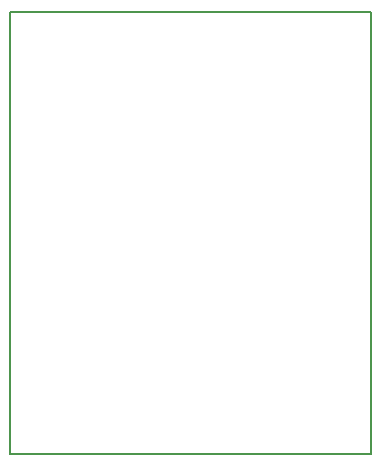
<source format=gbr>
%TF.GenerationSoftware,KiCad,Pcbnew,(6.0.6-0)*%
%TF.CreationDate,2022-11-04T12:46:31+01:00*%
%TF.ProjectId,GlowBandSmall,476c6f77-4261-46e6-9453-6d616c6c2e6b,rev?*%
%TF.SameCoordinates,Original*%
%TF.FileFunction,Profile,NP*%
%FSLAX46Y46*%
G04 Gerber Fmt 4.6, Leading zero omitted, Abs format (unit mm)*
G04 Created by KiCad (PCBNEW (6.0.6-0)) date 2022-11-04 12:46:31*
%MOMM*%
%LPD*%
G01*
G04 APERTURE LIST*
%TA.AperFunction,Profile*%
%ADD10C,0.200000*%
%TD*%
G04 APERTURE END LIST*
D10*
X99060000Y-61163200D02*
X129641600Y-61163200D01*
X129641600Y-61163200D02*
X129641600Y-98552000D01*
X129641600Y-98552000D02*
X99060000Y-98552000D01*
X99060000Y-98552000D02*
X99060000Y-61163200D01*
M02*

</source>
